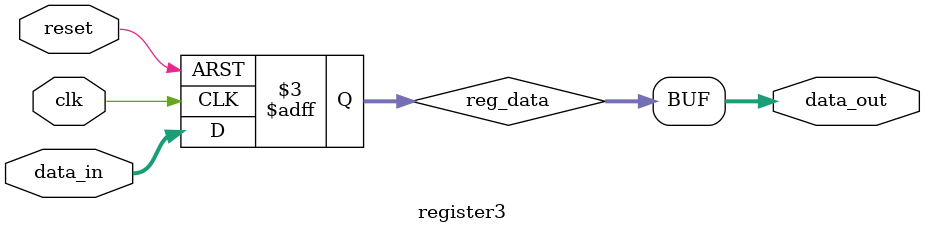
<source format=v>
module register3 #(parameter Groupsize = 8) (
    input wire clk,      // Clock input
    input wire reset,    // Reset input
    input wire  [7:0] data_in,  // Data input (8 bits)
    output wire [7:0] data_out  // Data output (8 bits)
);

    reg [7:0] reg_data;  // 8-bit register data
    
    always @(posedge clk or negedge reset) begin
        if (!reset) begin
            reg_data <= 8'b0;  // Reset the register to 0
        end else begin
            reg_data <= data_in;  // Load data on each clock edge
        end
    end

    assign data_out = reg_data;  // Output is the register data

endmodule
</source>
